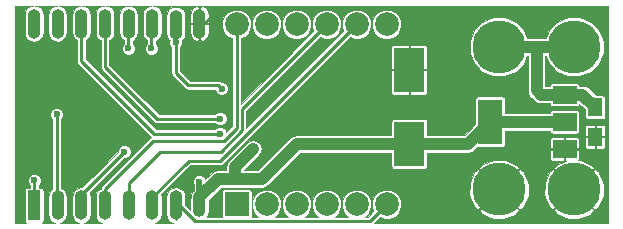
<source format=gtl>
%TF.GenerationSoftware,KiCad,Pcbnew,4.0.4-stable*%
%TF.CreationDate,2017-03-14T02:38:26+02:00*%
%TF.ProjectId,esp-4digit-display,6573702D3464696769742D646973706C,rev?*%
%TF.FileFunction,Copper,L1,Top,Signal*%
%FSLAX46Y46*%
G04 Gerber Fmt 4.6, Leading zero omitted, Abs format (unit mm)*
G04 Created by KiCad (PCBNEW 4.0.4-stable) date 03/14/17 02:38:26*
%MOMM*%
%LPD*%
G01*
G04 APERTURE LIST*
%ADD10C,0.200000*%
%ADD11R,2.032000X2.032000*%
%ADD12C,2.000000*%
%ADD13R,2.000000X3.800000*%
%ADD14R,2.000000X1.500000*%
%ADD15R,1.100000X2.500000*%
%ADD16O,1.100000X2.500000*%
%ADD17O,1.100000X2.000000*%
%ADD18R,1.250000X1.500000*%
%ADD19R,2.500000X3.750000*%
%ADD20C,4.500880*%
%ADD21C,0.600000*%
%ADD22C,0.250000*%
%ADD23C,1.000000*%
%ADD24C,0.500000*%
%ADD25C,0.100000*%
G04 APERTURE END LIST*
D10*
D11*
X147955000Y-106045000D03*
D12*
X150495000Y-106045000D03*
X153035000Y-106045000D03*
X155575000Y-106045000D03*
X158115000Y-106045000D03*
X160655000Y-106045000D03*
X155575000Y-90805000D03*
X158115000Y-90805000D03*
X147955000Y-90805000D03*
X150495000Y-90805000D03*
X160655000Y-90805000D03*
X153035000Y-90805000D03*
D13*
X169418000Y-99060000D03*
D14*
X175718000Y-99060000D03*
X175718000Y-96760000D03*
X175718000Y-101360000D03*
D15*
X130810000Y-106140000D03*
D16*
X132810000Y-106140000D03*
X134810000Y-106140000D03*
X136810000Y-106140000D03*
X138810000Y-106140000D03*
X140810000Y-106140000D03*
X142810000Y-106140000D03*
D17*
X144810000Y-106140000D03*
D16*
X144810000Y-90740000D03*
X142810000Y-90840000D03*
X140810000Y-90740000D03*
X138810000Y-90740000D03*
X136810000Y-90740000D03*
X134810000Y-90740000D03*
X132810000Y-90740000D03*
X130810000Y-90740000D03*
D18*
X178308000Y-97830000D03*
X178308000Y-100330000D03*
D19*
X162560000Y-100915000D03*
X162560000Y-94665000D03*
D20*
X170180000Y-92710000D03*
X176530000Y-92710000D03*
X170180000Y-104775000D03*
X176530000Y-104775000D03*
D21*
X173718000Y-96760000D03*
X133985000Y-104140000D03*
X136525000Y-101600000D03*
X133985000Y-101600000D03*
X135890000Y-98425000D03*
X137795000Y-98425000D03*
X135890000Y-96520000D03*
X133350000Y-95250000D03*
X133350000Y-92710000D03*
X168275000Y-90170000D03*
X166370000Y-90170000D03*
X164465000Y-90170000D03*
X162560000Y-90170000D03*
X162560000Y-106680000D03*
X164465000Y-106680000D03*
X166370000Y-106680000D03*
X168275000Y-106680000D03*
X130810000Y-97028000D03*
X154178000Y-89662000D03*
X151638000Y-89662000D03*
X149352000Y-89662000D03*
X146304000Y-89662000D03*
X173736000Y-99060000D03*
X149352000Y-101346000D03*
X144780000Y-104140000D03*
X138777000Y-92837000D03*
X130810000Y-104013000D03*
X138430000Y-101600000D03*
X146558000Y-98806000D03*
X132715000Y-98425000D03*
X146558000Y-100076000D03*
X146685000Y-96266000D03*
X142810000Y-92329000D03*
X140716000Y-92837000D03*
D22*
X142810000Y-105440000D02*
X142810000Y-105827451D01*
X142810000Y-105827451D02*
X144447559Y-107465010D01*
X159655001Y-107044999D02*
X160655000Y-106045000D01*
X144447559Y-107465010D02*
X159234990Y-107465010D01*
X159234990Y-107465010D02*
X159655001Y-107044999D01*
X142810000Y-106077451D02*
X142810000Y-105440000D01*
X142810000Y-107250000D02*
X142810000Y-105440000D01*
X141478000Y-101600000D02*
X138810000Y-104268000D01*
X138810000Y-104268000D02*
X138810000Y-105440000D01*
X146595412Y-101600000D02*
X141478000Y-101600000D01*
X155575000Y-90805000D02*
X148405010Y-97974990D01*
X148405010Y-97974990D02*
X148405009Y-99790403D01*
X148405009Y-99790403D02*
X146595412Y-101600000D01*
X140810000Y-105440000D02*
X143888000Y-102362000D01*
X143888000Y-102362000D02*
X146558000Y-102362000D01*
X146558000Y-102362000D02*
X157115001Y-91804999D01*
X157115001Y-91804999D02*
X158115000Y-90805000D01*
X136810000Y-105440000D02*
X136810000Y-104744000D01*
X136810000Y-104744000D02*
X140852999Y-100701001D01*
X146858001Y-100701001D02*
X147955000Y-99604002D01*
X140852999Y-100701001D02*
X146858001Y-100701001D01*
X147955000Y-99604002D02*
X147955000Y-92219213D01*
X147955000Y-92219213D02*
X147955000Y-90805000D01*
D23*
X170180000Y-92710000D02*
X173355000Y-92710000D01*
X173355000Y-92710000D02*
X176530000Y-92710000D01*
X175718000Y-96760000D02*
X173718000Y-96760000D01*
X173718000Y-96760000D02*
X173355000Y-96397000D01*
X173355000Y-96397000D02*
X173355000Y-92710000D01*
X175718000Y-96760000D02*
X177238000Y-96760000D01*
X177238000Y-96760000D02*
X178308000Y-97830000D01*
D22*
X149352000Y-89662000D02*
X149651999Y-89362001D01*
X149651999Y-89362001D02*
X151338001Y-89362001D01*
X151338001Y-89362001D02*
X151638000Y-89662000D01*
X136525000Y-101600000D02*
X133985000Y-104140000D01*
X135890000Y-98425000D02*
X135890000Y-99695000D01*
X135890000Y-99695000D02*
X133985000Y-101600000D01*
X135890000Y-96520000D02*
X137795000Y-98425000D01*
X133350000Y-92710000D02*
X133350000Y-95250000D01*
X166370000Y-90170000D02*
X168275000Y-90170000D01*
X162560000Y-90170000D02*
X164465000Y-90170000D01*
X166370000Y-106680000D02*
X164465000Y-106680000D01*
X171450000Y-106045000D02*
X168910000Y-106045000D01*
X168910000Y-106045000D02*
X168275000Y-106680000D01*
X144810000Y-91440000D02*
X144810000Y-91156000D01*
X144810000Y-91156000D02*
X146304000Y-89662000D01*
D23*
X169418000Y-99060000D02*
X173736000Y-99060000D01*
X173736000Y-99060000D02*
X175718000Y-99060000D01*
X147828000Y-103886000D02*
X146364000Y-103886000D01*
X150114000Y-103886000D02*
X147828000Y-103886000D01*
X147828000Y-103886000D02*
X147828000Y-102870000D01*
X147828000Y-102870000D02*
X149352000Y-101346000D01*
X153085000Y-100915000D02*
X150114000Y-103886000D01*
X162560000Y-100915000D02*
X153085000Y-100915000D01*
X168402000Y-100076000D02*
X167563000Y-100915000D01*
X167563000Y-100915000D02*
X162560000Y-100915000D01*
X144810000Y-105440000D02*
X146364000Y-103886000D01*
X168402000Y-100076000D02*
X169418000Y-99060000D01*
D24*
X144810000Y-104618000D02*
X144810000Y-104170000D01*
X144810000Y-104170000D02*
X144780000Y-104140000D01*
X144810000Y-105440000D02*
X144810000Y-104618000D01*
D22*
X138777000Y-92837000D02*
X138777000Y-91473000D01*
X138777000Y-91473000D02*
X138810000Y-91440000D01*
X130810000Y-104013000D02*
X130810000Y-105440000D01*
X138430000Y-101600000D02*
X134810000Y-105220000D01*
X134810000Y-105220000D02*
X134810000Y-105440000D01*
X136810000Y-94392000D02*
X141224000Y-98806000D01*
X141224000Y-98806000D02*
X146558000Y-98806000D01*
X136810000Y-91440000D02*
X136810000Y-94392000D01*
X132715000Y-98425000D02*
X132715000Y-105345000D01*
X132715000Y-105345000D02*
X132810000Y-105440000D01*
X134810000Y-93916000D02*
X140970000Y-100076000D01*
X140970000Y-100076000D02*
X146558000Y-100076000D01*
X134810000Y-91440000D02*
X134810000Y-93916000D01*
X146685000Y-96266000D02*
X146385001Y-95966001D01*
X146385001Y-95966001D02*
X143845001Y-95966001D01*
X143845001Y-95966001D02*
X142810000Y-94931000D01*
X142810000Y-91440000D02*
X142810000Y-92329000D01*
X142810000Y-92329000D02*
X142810000Y-94931000D01*
X140716000Y-92837000D02*
X140716000Y-91534000D01*
X140716000Y-91534000D02*
X140810000Y-91440000D01*
D25*
G36*
X136503853Y-89271509D02*
X136244315Y-89444928D01*
X136070896Y-89704466D01*
X136010000Y-90010613D01*
X136010000Y-91469387D01*
X136070896Y-91775534D01*
X136244315Y-92035072D01*
X136435000Y-92162485D01*
X136435000Y-94392000D01*
X136463545Y-94535507D01*
X136544835Y-94657165D01*
X140958835Y-99071165D01*
X141080494Y-99152455D01*
X141224000Y-99181000D01*
X146155207Y-99181000D01*
X146246043Y-99271995D01*
X146448118Y-99355904D01*
X146666922Y-99356095D01*
X146869143Y-99272539D01*
X147023995Y-99117957D01*
X147107904Y-98915882D01*
X147108095Y-98697078D01*
X147024539Y-98494857D01*
X146869957Y-98340005D01*
X146667882Y-98256096D01*
X146449078Y-98255905D01*
X146246857Y-98339461D01*
X146155158Y-98431000D01*
X141379330Y-98431000D01*
X137185000Y-94236670D01*
X137185000Y-92162485D01*
X137375685Y-92035072D01*
X137549104Y-91775534D01*
X137610000Y-91469387D01*
X137610000Y-90010613D01*
X137549104Y-89704466D01*
X137375685Y-89444928D01*
X137116147Y-89271509D01*
X136882329Y-89225000D01*
X138737671Y-89225000D01*
X138503853Y-89271509D01*
X138244315Y-89444928D01*
X138070896Y-89704466D01*
X138010000Y-90010613D01*
X138010000Y-91469387D01*
X138070896Y-91775534D01*
X138244315Y-92035072D01*
X138402000Y-92140435D01*
X138402000Y-92434207D01*
X138311005Y-92525043D01*
X138227096Y-92727118D01*
X138226905Y-92945922D01*
X138310461Y-93148143D01*
X138465043Y-93302995D01*
X138667118Y-93386904D01*
X138885922Y-93387095D01*
X139088143Y-93303539D01*
X139242995Y-93148957D01*
X139326904Y-92946882D01*
X139327095Y-92728078D01*
X139243539Y-92525857D01*
X139152000Y-92434158D01*
X139152000Y-92184535D01*
X139375685Y-92035072D01*
X139549104Y-91775534D01*
X139610000Y-91469387D01*
X139610000Y-90010613D01*
X139549104Y-89704466D01*
X139375685Y-89444928D01*
X139116147Y-89271509D01*
X138882329Y-89225000D01*
X140737671Y-89225000D01*
X140503853Y-89271509D01*
X140244315Y-89444928D01*
X140070896Y-89704466D01*
X140010000Y-90010613D01*
X140010000Y-91469387D01*
X140070896Y-91775534D01*
X140244315Y-92035072D01*
X140341000Y-92099675D01*
X140341000Y-92434207D01*
X140250005Y-92525043D01*
X140166096Y-92727118D01*
X140165905Y-92945922D01*
X140249461Y-93148143D01*
X140404043Y-93302995D01*
X140606118Y-93386904D01*
X140824922Y-93387095D01*
X141027143Y-93303539D01*
X141181995Y-93148957D01*
X141265904Y-92946882D01*
X141266095Y-92728078D01*
X141182539Y-92525857D01*
X141091000Y-92434158D01*
X141091000Y-92213493D01*
X141116147Y-92208491D01*
X141375685Y-92035072D01*
X141549104Y-91775534D01*
X141610000Y-91469387D01*
X141610000Y-90110613D01*
X142010000Y-90110613D01*
X142010000Y-91569387D01*
X142070896Y-91875534D01*
X142244315Y-92135072D01*
X142283988Y-92161581D01*
X142260096Y-92219118D01*
X142259905Y-92437922D01*
X142343461Y-92640143D01*
X142435000Y-92731842D01*
X142435000Y-94931000D01*
X142463545Y-95074507D01*
X142544835Y-95196165D01*
X143579836Y-96231166D01*
X143701495Y-96312456D01*
X143845001Y-96341001D01*
X146134935Y-96341001D01*
X146134905Y-96374922D01*
X146218461Y-96577143D01*
X146373043Y-96731995D01*
X146575118Y-96815904D01*
X146793922Y-96816095D01*
X146996143Y-96732539D01*
X147150995Y-96577957D01*
X147234904Y-96375882D01*
X147235095Y-96157078D01*
X147151539Y-95954857D01*
X146996957Y-95800005D01*
X146794882Y-95716096D01*
X146665313Y-95715983D01*
X146650166Y-95700836D01*
X146528508Y-95619546D01*
X146385001Y-95591001D01*
X144000331Y-95591001D01*
X143185000Y-94775670D01*
X143185000Y-92731793D01*
X143275995Y-92640957D01*
X143359904Y-92438882D01*
X143360095Y-92220078D01*
X143335943Y-92161627D01*
X143375685Y-92135072D01*
X143549104Y-91875534D01*
X143610000Y-91569387D01*
X143610000Y-90790000D01*
X144010000Y-90790000D01*
X144010000Y-91490000D01*
X144090031Y-91792341D01*
X144279670Y-92041041D01*
X144550047Y-92198238D01*
X144635713Y-92220784D01*
X144760000Y-92175803D01*
X144760000Y-90790000D01*
X144860000Y-90790000D01*
X144860000Y-92175803D01*
X144984287Y-92220784D01*
X145069953Y-92198238D01*
X145340330Y-92041041D01*
X145529969Y-91792341D01*
X145610000Y-91490000D01*
X145610000Y-90790000D01*
X144860000Y-90790000D01*
X144760000Y-90790000D01*
X144010000Y-90790000D01*
X143610000Y-90790000D01*
X143610000Y-90110613D01*
X143586009Y-89990000D01*
X144010000Y-89990000D01*
X144010000Y-90690000D01*
X144760000Y-90690000D01*
X144760000Y-89304197D01*
X144860000Y-89304197D01*
X144860000Y-90690000D01*
X145610000Y-90690000D01*
X145610000Y-89990000D01*
X145529969Y-89687659D01*
X145340330Y-89438959D01*
X145069953Y-89281762D01*
X144984287Y-89259216D01*
X144860000Y-89304197D01*
X144760000Y-89304197D01*
X144635713Y-89259216D01*
X144550047Y-89281762D01*
X144279670Y-89438959D01*
X144090031Y-89687659D01*
X144010000Y-89990000D01*
X143586009Y-89990000D01*
X143549104Y-89804466D01*
X143375685Y-89544928D01*
X143116147Y-89371509D01*
X142810000Y-89310613D01*
X142503853Y-89371509D01*
X142244315Y-89544928D01*
X142070896Y-89804466D01*
X142010000Y-90110613D01*
X141610000Y-90110613D01*
X141610000Y-90010613D01*
X141549104Y-89704466D01*
X141375685Y-89444928D01*
X141116147Y-89271509D01*
X140882329Y-89225000D01*
X179380000Y-89225000D01*
X179380000Y-107625000D01*
X159605330Y-107625000D01*
X160073365Y-107156965D01*
X160405269Y-107294783D01*
X160902550Y-107295217D01*
X161362143Y-107105316D01*
X161714081Y-106753993D01*
X161791094Y-106568523D01*
X168457188Y-106568523D01*
X168722223Y-106866523D01*
X169633581Y-107265182D01*
X170628126Y-107284734D01*
X171554448Y-106922201D01*
X171637777Y-106866523D01*
X171902812Y-106568523D01*
X174807188Y-106568523D01*
X175072223Y-106866523D01*
X175983581Y-107265182D01*
X176978126Y-107284734D01*
X177904448Y-106922201D01*
X177987777Y-106866523D01*
X178252812Y-106568523D01*
X176530000Y-104845711D01*
X174807188Y-106568523D01*
X171902812Y-106568523D01*
X170180000Y-104845711D01*
X168457188Y-106568523D01*
X161791094Y-106568523D01*
X161904783Y-106294731D01*
X161905217Y-105797450D01*
X161715316Y-105337857D01*
X161600786Y-105223126D01*
X167670266Y-105223126D01*
X168032799Y-106149448D01*
X168088477Y-106232777D01*
X168386477Y-106497812D01*
X170109289Y-104775000D01*
X170250711Y-104775000D01*
X171973523Y-106497812D01*
X172271523Y-106232777D01*
X172670182Y-105321419D01*
X172672114Y-105223126D01*
X174020266Y-105223126D01*
X174382799Y-106149448D01*
X174438477Y-106232777D01*
X174736477Y-106497812D01*
X176459289Y-104775000D01*
X176600711Y-104775000D01*
X178323523Y-106497812D01*
X178621523Y-106232777D01*
X179020182Y-105321419D01*
X179039734Y-104326874D01*
X178677201Y-103400552D01*
X178621523Y-103317223D01*
X178323523Y-103052188D01*
X176600711Y-104775000D01*
X176459289Y-104775000D01*
X174736477Y-103052188D01*
X174438477Y-103317223D01*
X174039818Y-104228581D01*
X174020266Y-105223126D01*
X172672114Y-105223126D01*
X172689734Y-104326874D01*
X172327201Y-103400552D01*
X172271523Y-103317223D01*
X171973523Y-103052188D01*
X170250711Y-104775000D01*
X170109289Y-104775000D01*
X168386477Y-103052188D01*
X168088477Y-103317223D01*
X167689818Y-104228581D01*
X167670266Y-105223126D01*
X161600786Y-105223126D01*
X161363993Y-104985919D01*
X160904731Y-104795217D01*
X160407450Y-104794783D01*
X159947857Y-104984684D01*
X159595919Y-105336007D01*
X159405217Y-105795269D01*
X159404783Y-106292550D01*
X159542886Y-106626784D01*
X159079660Y-107090010D01*
X158837476Y-107090010D01*
X159174081Y-106753993D01*
X159364783Y-106294731D01*
X159365217Y-105797450D01*
X159175316Y-105337857D01*
X158823993Y-104985919D01*
X158364731Y-104795217D01*
X157867450Y-104794783D01*
X157407857Y-104984684D01*
X157055919Y-105336007D01*
X156865217Y-105795269D01*
X156864783Y-106292550D01*
X157054684Y-106752143D01*
X157391961Y-107090010D01*
X156297476Y-107090010D01*
X156634081Y-106753993D01*
X156824783Y-106294731D01*
X156825217Y-105797450D01*
X156635316Y-105337857D01*
X156283993Y-104985919D01*
X155824731Y-104795217D01*
X155327450Y-104794783D01*
X154867857Y-104984684D01*
X154515919Y-105336007D01*
X154325217Y-105795269D01*
X154324783Y-106292550D01*
X154514684Y-106752143D01*
X154851961Y-107090010D01*
X153757476Y-107090010D01*
X154094081Y-106753993D01*
X154284783Y-106294731D01*
X154285217Y-105797450D01*
X154095316Y-105337857D01*
X153743993Y-104985919D01*
X153284731Y-104795217D01*
X152787450Y-104794783D01*
X152327857Y-104984684D01*
X151975919Y-105336007D01*
X151785217Y-105795269D01*
X151784783Y-106292550D01*
X151974684Y-106752143D01*
X152311961Y-107090010D01*
X151217476Y-107090010D01*
X151554081Y-106753993D01*
X151744783Y-106294731D01*
X151745217Y-105797450D01*
X151555316Y-105337857D01*
X151203993Y-104985919D01*
X150744731Y-104795217D01*
X150247450Y-104794783D01*
X149787857Y-104984684D01*
X149435919Y-105336007D01*
X149245217Y-105795269D01*
X149244783Y-106292550D01*
X149434684Y-106752143D01*
X149771961Y-107090010D01*
X149220022Y-107090010D01*
X149225897Y-107061000D01*
X149225897Y-105029000D01*
X149208465Y-104936356D01*
X149153712Y-104851268D01*
X149070169Y-104794185D01*
X148971000Y-104774103D01*
X146939000Y-104774103D01*
X146846356Y-104791535D01*
X146761268Y-104846288D01*
X146704185Y-104929831D01*
X146684103Y-105029000D01*
X146684103Y-107061000D01*
X146689562Y-107090010D01*
X145435931Y-107090010D01*
X145549104Y-106920636D01*
X145610000Y-106614489D01*
X145610000Y-105700660D01*
X146674660Y-104636000D01*
X150114000Y-104636000D01*
X150401013Y-104578910D01*
X150644330Y-104416330D01*
X153395660Y-101665000D01*
X161055103Y-101665000D01*
X161055103Y-102790000D01*
X161072535Y-102882644D01*
X161127288Y-102967732D01*
X161210831Y-103024815D01*
X161310000Y-103044897D01*
X163810000Y-103044897D01*
X163902644Y-103027465D01*
X163974110Y-102981477D01*
X168457188Y-102981477D01*
X170180000Y-104704289D01*
X171902812Y-102981477D01*
X174807188Y-102981477D01*
X176530000Y-104704289D01*
X178252812Y-102981477D01*
X177987777Y-102683477D01*
X177076419Y-102284818D01*
X176900200Y-102281354D01*
X176929940Y-102251614D01*
X176968000Y-102159728D01*
X176968000Y-101472500D01*
X176905500Y-101410000D01*
X175768000Y-101410000D01*
X175768000Y-102297500D01*
X175830500Y-102360000D01*
X175839816Y-102360000D01*
X175155552Y-102627799D01*
X175072223Y-102683477D01*
X174807188Y-102981477D01*
X171902812Y-102981477D01*
X171637777Y-102683477D01*
X170726419Y-102284818D01*
X169731874Y-102265266D01*
X168805552Y-102627799D01*
X168722223Y-102683477D01*
X168457188Y-102981477D01*
X163974110Y-102981477D01*
X163987732Y-102972712D01*
X164044815Y-102889169D01*
X164064897Y-102790000D01*
X164064897Y-101665000D01*
X167563000Y-101665000D01*
X167850013Y-101607910D01*
X168052667Y-101472500D01*
X174468000Y-101472500D01*
X174468000Y-102159728D01*
X174506060Y-102251614D01*
X174576386Y-102321940D01*
X174668272Y-102360000D01*
X175605500Y-102360000D01*
X175668000Y-102297500D01*
X175668000Y-101410000D01*
X174530500Y-101410000D01*
X174468000Y-101472500D01*
X168052667Y-101472500D01*
X168093330Y-101445330D01*
X168339633Y-101199027D01*
X168418000Y-101214897D01*
X170418000Y-101214897D01*
X170510644Y-101197465D01*
X170595732Y-101142712D01*
X170652815Y-101059169D01*
X170672897Y-100960000D01*
X170672897Y-100560272D01*
X174468000Y-100560272D01*
X174468000Y-101247500D01*
X174530500Y-101310000D01*
X175668000Y-101310000D01*
X175668000Y-100422500D01*
X175768000Y-100422500D01*
X175768000Y-101310000D01*
X176905500Y-101310000D01*
X176968000Y-101247500D01*
X176968000Y-100560272D01*
X176929940Y-100468386D01*
X176904054Y-100442500D01*
X177433000Y-100442500D01*
X177433000Y-101129728D01*
X177471060Y-101221614D01*
X177541386Y-101291940D01*
X177633272Y-101330000D01*
X178195500Y-101330000D01*
X178258000Y-101267500D01*
X178258000Y-100380000D01*
X178358000Y-100380000D01*
X178358000Y-101267500D01*
X178420500Y-101330000D01*
X178982728Y-101330000D01*
X179074614Y-101291940D01*
X179144940Y-101221614D01*
X179183000Y-101129728D01*
X179183000Y-100442500D01*
X179120500Y-100380000D01*
X178358000Y-100380000D01*
X178258000Y-100380000D01*
X177495500Y-100380000D01*
X177433000Y-100442500D01*
X176904054Y-100442500D01*
X176859614Y-100398060D01*
X176767728Y-100360000D01*
X175830500Y-100360000D01*
X175768000Y-100422500D01*
X175668000Y-100422500D01*
X175605500Y-100360000D01*
X174668272Y-100360000D01*
X174576386Y-100398060D01*
X174506060Y-100468386D01*
X174468000Y-100560272D01*
X170672897Y-100560272D01*
X170672897Y-99810000D01*
X174463103Y-99810000D01*
X174480535Y-99902644D01*
X174535288Y-99987732D01*
X174618831Y-100044815D01*
X174718000Y-100064897D01*
X176718000Y-100064897D01*
X176810644Y-100047465D01*
X176895732Y-99992712D01*
X176952815Y-99909169D01*
X176972897Y-99810000D01*
X176972897Y-99530272D01*
X177433000Y-99530272D01*
X177433000Y-100217500D01*
X177495500Y-100280000D01*
X178258000Y-100280000D01*
X178258000Y-99392500D01*
X178358000Y-99392500D01*
X178358000Y-100280000D01*
X179120500Y-100280000D01*
X179183000Y-100217500D01*
X179183000Y-99530272D01*
X179144940Y-99438386D01*
X179074614Y-99368060D01*
X178982728Y-99330000D01*
X178420500Y-99330000D01*
X178358000Y-99392500D01*
X178258000Y-99392500D01*
X178195500Y-99330000D01*
X177633272Y-99330000D01*
X177541386Y-99368060D01*
X177471060Y-99438386D01*
X177433000Y-99530272D01*
X176972897Y-99530272D01*
X176972897Y-98310000D01*
X176955465Y-98217356D01*
X176900712Y-98132268D01*
X176817169Y-98075185D01*
X176718000Y-98055103D01*
X174718000Y-98055103D01*
X174625356Y-98072535D01*
X174540268Y-98127288D01*
X174483185Y-98210831D01*
X174463103Y-98310000D01*
X170672897Y-98310000D01*
X170672897Y-97160000D01*
X170655465Y-97067356D01*
X170600712Y-96982268D01*
X170517169Y-96925185D01*
X170418000Y-96905103D01*
X168418000Y-96905103D01*
X168325356Y-96922535D01*
X168240268Y-96977288D01*
X168183185Y-97060831D01*
X168163103Y-97160000D01*
X168163103Y-99254237D01*
X167252340Y-100165000D01*
X164064897Y-100165000D01*
X164064897Y-99040000D01*
X164047465Y-98947356D01*
X163992712Y-98862268D01*
X163909169Y-98805185D01*
X163810000Y-98785103D01*
X161310000Y-98785103D01*
X161217356Y-98802535D01*
X161132268Y-98857288D01*
X161075185Y-98940831D01*
X161055103Y-99040000D01*
X161055103Y-100165000D01*
X153085000Y-100165000D01*
X152797987Y-100222090D01*
X152554670Y-100384670D01*
X149803340Y-103136000D01*
X148622660Y-103136000D01*
X149882330Y-101876330D01*
X150044910Y-101633013D01*
X150102000Y-101346000D01*
X150044910Y-101058988D01*
X149882330Y-100815670D01*
X149639012Y-100653090D01*
X149352000Y-100596000D01*
X149064987Y-100653090D01*
X148821670Y-100815670D01*
X147297670Y-102339670D01*
X147135090Y-102582987D01*
X147078000Y-102870000D01*
X147078000Y-103136000D01*
X146364000Y-103136000D01*
X146076987Y-103193090D01*
X145891210Y-103317223D01*
X145833670Y-103355670D01*
X145279854Y-103909486D01*
X145246539Y-103828857D01*
X145091957Y-103674005D01*
X144889882Y-103590096D01*
X144671078Y-103589905D01*
X144468857Y-103673461D01*
X144314005Y-103828043D01*
X144230096Y-104030118D01*
X144229905Y-104248922D01*
X144310000Y-104442767D01*
X144310000Y-104879340D01*
X144279670Y-104909670D01*
X144117090Y-105152987D01*
X144078220Y-105348404D01*
X144070896Y-105359364D01*
X144010000Y-105665511D01*
X144010000Y-106497121D01*
X143610000Y-106097121D01*
X143610000Y-105410613D01*
X143549104Y-105104466D01*
X143375685Y-104844928D01*
X143116147Y-104671509D01*
X142810000Y-104610613D01*
X142503853Y-104671509D01*
X142244315Y-104844928D01*
X142070896Y-105104466D01*
X142010000Y-105410613D01*
X142010000Y-106869387D01*
X142070896Y-107175534D01*
X142244315Y-107435072D01*
X142503853Y-107608491D01*
X142586850Y-107625000D01*
X141033150Y-107625000D01*
X141116147Y-107608491D01*
X141375685Y-107435072D01*
X141549104Y-107175534D01*
X141610000Y-106869387D01*
X141610000Y-105410613D01*
X141570135Y-105210195D01*
X144043330Y-102737000D01*
X146558000Y-102737000D01*
X146701507Y-102708455D01*
X146823165Y-102627165D01*
X154672830Y-94777500D01*
X161060000Y-94777500D01*
X161060000Y-96589728D01*
X161098060Y-96681614D01*
X161168386Y-96751940D01*
X161260272Y-96790000D01*
X162447500Y-96790000D01*
X162510000Y-96727500D01*
X162510000Y-94715000D01*
X162610000Y-94715000D01*
X162610000Y-96727500D01*
X162672500Y-96790000D01*
X163859728Y-96790000D01*
X163951614Y-96751940D01*
X164021940Y-96681614D01*
X164060000Y-96589728D01*
X164060000Y-94777500D01*
X163997500Y-94715000D01*
X162610000Y-94715000D01*
X162510000Y-94715000D01*
X161122500Y-94715000D01*
X161060000Y-94777500D01*
X154672830Y-94777500D01*
X156710058Y-92740272D01*
X161060000Y-92740272D01*
X161060000Y-94552500D01*
X161122500Y-94615000D01*
X162510000Y-94615000D01*
X162510000Y-92602500D01*
X162610000Y-92602500D01*
X162610000Y-94615000D01*
X163997500Y-94615000D01*
X164060000Y-94552500D01*
X164060000Y-93205186D01*
X167679126Y-93205186D01*
X168058994Y-94124535D01*
X168761765Y-94828534D01*
X169680450Y-95210005D01*
X170675186Y-95210874D01*
X171594535Y-94831006D01*
X172298534Y-94128235D01*
X172576009Y-93460000D01*
X172605000Y-93460000D01*
X172605000Y-96397000D01*
X172662090Y-96684013D01*
X172824670Y-96927330D01*
X173187670Y-97290330D01*
X173430988Y-97452911D01*
X173718000Y-97510000D01*
X174463103Y-97510000D01*
X174480535Y-97602644D01*
X174535288Y-97687732D01*
X174618831Y-97744815D01*
X174718000Y-97764897D01*
X176718000Y-97764897D01*
X176810644Y-97747465D01*
X176895732Y-97692712D01*
X176952815Y-97609169D01*
X176965225Y-97547885D01*
X177428103Y-98010763D01*
X177428103Y-98580000D01*
X177445535Y-98672644D01*
X177500288Y-98757732D01*
X177583831Y-98814815D01*
X177683000Y-98834897D01*
X178933000Y-98834897D01*
X179025644Y-98817465D01*
X179110732Y-98762712D01*
X179167815Y-98679169D01*
X179187897Y-98580000D01*
X179187897Y-97080000D01*
X179170465Y-96987356D01*
X179115712Y-96902268D01*
X179032169Y-96845185D01*
X178933000Y-96825103D01*
X178363763Y-96825103D01*
X177768330Y-96229670D01*
X177525013Y-96067090D01*
X177238000Y-96010000D01*
X176972897Y-96010000D01*
X176955465Y-95917356D01*
X176900712Y-95832268D01*
X176817169Y-95775185D01*
X176718000Y-95755103D01*
X174718000Y-95755103D01*
X174625356Y-95772535D01*
X174540268Y-95827288D01*
X174483185Y-95910831D01*
X174463103Y-96010000D01*
X174105000Y-96010000D01*
X174105000Y-93460000D01*
X174134413Y-93460000D01*
X174408994Y-94124535D01*
X175111765Y-94828534D01*
X176030450Y-95210005D01*
X177025186Y-95210874D01*
X177944535Y-94831006D01*
X178648534Y-94128235D01*
X179030005Y-93209550D01*
X179030874Y-92214814D01*
X178651006Y-91295465D01*
X177948235Y-90591466D01*
X177029550Y-90209995D01*
X176034814Y-90209126D01*
X175115465Y-90588994D01*
X174411466Y-91291765D01*
X174133991Y-91960000D01*
X172575587Y-91960000D01*
X172301006Y-91295465D01*
X171598235Y-90591466D01*
X170679550Y-90209995D01*
X169684814Y-90209126D01*
X168765465Y-90588994D01*
X168061466Y-91291765D01*
X167679995Y-92210450D01*
X167679126Y-93205186D01*
X164060000Y-93205186D01*
X164060000Y-92740272D01*
X164021940Y-92648386D01*
X163951614Y-92578060D01*
X163859728Y-92540000D01*
X162672500Y-92540000D01*
X162610000Y-92602500D01*
X162510000Y-92602500D01*
X162447500Y-92540000D01*
X161260272Y-92540000D01*
X161168386Y-92578060D01*
X161098060Y-92648386D01*
X161060000Y-92740272D01*
X156710058Y-92740272D01*
X157533365Y-91916965D01*
X157865269Y-92054783D01*
X158362550Y-92055217D01*
X158822143Y-91865316D01*
X159174081Y-91513993D01*
X159364783Y-91054731D01*
X159364784Y-91052550D01*
X159404783Y-91052550D01*
X159594684Y-91512143D01*
X159946007Y-91864081D01*
X160405269Y-92054783D01*
X160902550Y-92055217D01*
X161362143Y-91865316D01*
X161714081Y-91513993D01*
X161904783Y-91054731D01*
X161905217Y-90557450D01*
X161715316Y-90097857D01*
X161363993Y-89745919D01*
X160904731Y-89555217D01*
X160407450Y-89554783D01*
X159947857Y-89744684D01*
X159595919Y-90096007D01*
X159405217Y-90555269D01*
X159404783Y-91052550D01*
X159364784Y-91052550D01*
X159365217Y-90557450D01*
X159175316Y-90097857D01*
X158823993Y-89745919D01*
X158364731Y-89555217D01*
X157867450Y-89554783D01*
X157407857Y-89744684D01*
X157055919Y-90096007D01*
X156865217Y-90555269D01*
X156864783Y-91052550D01*
X157002886Y-91386784D01*
X148780009Y-99609661D01*
X148780010Y-98130320D01*
X154993365Y-91916965D01*
X155325269Y-92054783D01*
X155822550Y-92055217D01*
X156282143Y-91865316D01*
X156634081Y-91513993D01*
X156824783Y-91054731D01*
X156825217Y-90557450D01*
X156635316Y-90097857D01*
X156283993Y-89745919D01*
X155824731Y-89555217D01*
X155327450Y-89554783D01*
X154867857Y-89744684D01*
X154515919Y-90096007D01*
X154325217Y-90555269D01*
X154324783Y-91052550D01*
X154462886Y-91386784D01*
X148330000Y-97519670D01*
X148330000Y-92002555D01*
X148662143Y-91865316D01*
X149014081Y-91513993D01*
X149204783Y-91054731D01*
X149204784Y-91052550D01*
X149244783Y-91052550D01*
X149434684Y-91512143D01*
X149786007Y-91864081D01*
X150245269Y-92054783D01*
X150742550Y-92055217D01*
X151202143Y-91865316D01*
X151554081Y-91513993D01*
X151744783Y-91054731D01*
X151744784Y-91052550D01*
X151784783Y-91052550D01*
X151974684Y-91512143D01*
X152326007Y-91864081D01*
X152785269Y-92054783D01*
X153282550Y-92055217D01*
X153742143Y-91865316D01*
X154094081Y-91513993D01*
X154284783Y-91054731D01*
X154285217Y-90557450D01*
X154095316Y-90097857D01*
X153743993Y-89745919D01*
X153284731Y-89555217D01*
X152787450Y-89554783D01*
X152327857Y-89744684D01*
X151975919Y-90096007D01*
X151785217Y-90555269D01*
X151784783Y-91052550D01*
X151744784Y-91052550D01*
X151745217Y-90557450D01*
X151555316Y-90097857D01*
X151203993Y-89745919D01*
X150744731Y-89555217D01*
X150247450Y-89554783D01*
X149787857Y-89744684D01*
X149435919Y-90096007D01*
X149245217Y-90555269D01*
X149244783Y-91052550D01*
X149204784Y-91052550D01*
X149205217Y-90557450D01*
X149015316Y-90097857D01*
X148663993Y-89745919D01*
X148204731Y-89555217D01*
X147707450Y-89554783D01*
X147247857Y-89744684D01*
X146895919Y-90096007D01*
X146705217Y-90555269D01*
X146704783Y-91052550D01*
X146894684Y-91512143D01*
X147246007Y-91864081D01*
X147580000Y-92002767D01*
X147580000Y-99448672D01*
X147094499Y-99934173D01*
X147024539Y-99764857D01*
X146869957Y-99610005D01*
X146667882Y-99526096D01*
X146449078Y-99525905D01*
X146246857Y-99609461D01*
X146155158Y-99701000D01*
X141125330Y-99701000D01*
X135185000Y-93760670D01*
X135185000Y-92162485D01*
X135375685Y-92035072D01*
X135549104Y-91775534D01*
X135610000Y-91469387D01*
X135610000Y-90010613D01*
X135549104Y-89704466D01*
X135375685Y-89444928D01*
X135116147Y-89271509D01*
X134882329Y-89225000D01*
X136737671Y-89225000D01*
X136503853Y-89271509D01*
X136503853Y-89271509D01*
G37*
X136503853Y-89271509D02*
X136244315Y-89444928D01*
X136070896Y-89704466D01*
X136010000Y-90010613D01*
X136010000Y-91469387D01*
X136070896Y-91775534D01*
X136244315Y-92035072D01*
X136435000Y-92162485D01*
X136435000Y-94392000D01*
X136463545Y-94535507D01*
X136544835Y-94657165D01*
X140958835Y-99071165D01*
X141080494Y-99152455D01*
X141224000Y-99181000D01*
X146155207Y-99181000D01*
X146246043Y-99271995D01*
X146448118Y-99355904D01*
X146666922Y-99356095D01*
X146869143Y-99272539D01*
X147023995Y-99117957D01*
X147107904Y-98915882D01*
X147108095Y-98697078D01*
X147024539Y-98494857D01*
X146869957Y-98340005D01*
X146667882Y-98256096D01*
X146449078Y-98255905D01*
X146246857Y-98339461D01*
X146155158Y-98431000D01*
X141379330Y-98431000D01*
X137185000Y-94236670D01*
X137185000Y-92162485D01*
X137375685Y-92035072D01*
X137549104Y-91775534D01*
X137610000Y-91469387D01*
X137610000Y-90010613D01*
X137549104Y-89704466D01*
X137375685Y-89444928D01*
X137116147Y-89271509D01*
X136882329Y-89225000D01*
X138737671Y-89225000D01*
X138503853Y-89271509D01*
X138244315Y-89444928D01*
X138070896Y-89704466D01*
X138010000Y-90010613D01*
X138010000Y-91469387D01*
X138070896Y-91775534D01*
X138244315Y-92035072D01*
X138402000Y-92140435D01*
X138402000Y-92434207D01*
X138311005Y-92525043D01*
X138227096Y-92727118D01*
X138226905Y-92945922D01*
X138310461Y-93148143D01*
X138465043Y-93302995D01*
X138667118Y-93386904D01*
X138885922Y-93387095D01*
X139088143Y-93303539D01*
X139242995Y-93148957D01*
X139326904Y-92946882D01*
X139327095Y-92728078D01*
X139243539Y-92525857D01*
X139152000Y-92434158D01*
X139152000Y-92184535D01*
X139375685Y-92035072D01*
X139549104Y-91775534D01*
X139610000Y-91469387D01*
X139610000Y-90010613D01*
X139549104Y-89704466D01*
X139375685Y-89444928D01*
X139116147Y-89271509D01*
X138882329Y-89225000D01*
X140737671Y-89225000D01*
X140503853Y-89271509D01*
X140244315Y-89444928D01*
X140070896Y-89704466D01*
X140010000Y-90010613D01*
X140010000Y-91469387D01*
X140070896Y-91775534D01*
X140244315Y-92035072D01*
X140341000Y-92099675D01*
X140341000Y-92434207D01*
X140250005Y-92525043D01*
X140166096Y-92727118D01*
X140165905Y-92945922D01*
X140249461Y-93148143D01*
X140404043Y-93302995D01*
X140606118Y-93386904D01*
X140824922Y-93387095D01*
X141027143Y-93303539D01*
X141181995Y-93148957D01*
X141265904Y-92946882D01*
X141266095Y-92728078D01*
X141182539Y-92525857D01*
X141091000Y-92434158D01*
X141091000Y-92213493D01*
X141116147Y-92208491D01*
X141375685Y-92035072D01*
X141549104Y-91775534D01*
X141610000Y-91469387D01*
X141610000Y-90110613D01*
X142010000Y-90110613D01*
X142010000Y-91569387D01*
X142070896Y-91875534D01*
X142244315Y-92135072D01*
X142283988Y-92161581D01*
X142260096Y-92219118D01*
X142259905Y-92437922D01*
X142343461Y-92640143D01*
X142435000Y-92731842D01*
X142435000Y-94931000D01*
X142463545Y-95074507D01*
X142544835Y-95196165D01*
X143579836Y-96231166D01*
X143701495Y-96312456D01*
X143845001Y-96341001D01*
X146134935Y-96341001D01*
X146134905Y-96374922D01*
X146218461Y-96577143D01*
X146373043Y-96731995D01*
X146575118Y-96815904D01*
X146793922Y-96816095D01*
X146996143Y-96732539D01*
X147150995Y-96577957D01*
X147234904Y-96375882D01*
X147235095Y-96157078D01*
X147151539Y-95954857D01*
X146996957Y-95800005D01*
X146794882Y-95716096D01*
X146665313Y-95715983D01*
X146650166Y-95700836D01*
X146528508Y-95619546D01*
X146385001Y-95591001D01*
X144000331Y-95591001D01*
X143185000Y-94775670D01*
X143185000Y-92731793D01*
X143275995Y-92640957D01*
X143359904Y-92438882D01*
X143360095Y-92220078D01*
X143335943Y-92161627D01*
X143375685Y-92135072D01*
X143549104Y-91875534D01*
X143610000Y-91569387D01*
X143610000Y-90790000D01*
X144010000Y-90790000D01*
X144010000Y-91490000D01*
X144090031Y-91792341D01*
X144279670Y-92041041D01*
X144550047Y-92198238D01*
X144635713Y-92220784D01*
X144760000Y-92175803D01*
X144760000Y-90790000D01*
X144860000Y-90790000D01*
X144860000Y-92175803D01*
X144984287Y-92220784D01*
X145069953Y-92198238D01*
X145340330Y-92041041D01*
X145529969Y-91792341D01*
X145610000Y-91490000D01*
X145610000Y-90790000D01*
X144860000Y-90790000D01*
X144760000Y-90790000D01*
X144010000Y-90790000D01*
X143610000Y-90790000D01*
X143610000Y-90110613D01*
X143586009Y-89990000D01*
X144010000Y-89990000D01*
X144010000Y-90690000D01*
X144760000Y-90690000D01*
X144760000Y-89304197D01*
X144860000Y-89304197D01*
X144860000Y-90690000D01*
X145610000Y-90690000D01*
X145610000Y-89990000D01*
X145529969Y-89687659D01*
X145340330Y-89438959D01*
X145069953Y-89281762D01*
X144984287Y-89259216D01*
X144860000Y-89304197D01*
X144760000Y-89304197D01*
X144635713Y-89259216D01*
X144550047Y-89281762D01*
X144279670Y-89438959D01*
X144090031Y-89687659D01*
X144010000Y-89990000D01*
X143586009Y-89990000D01*
X143549104Y-89804466D01*
X143375685Y-89544928D01*
X143116147Y-89371509D01*
X142810000Y-89310613D01*
X142503853Y-89371509D01*
X142244315Y-89544928D01*
X142070896Y-89804466D01*
X142010000Y-90110613D01*
X141610000Y-90110613D01*
X141610000Y-90010613D01*
X141549104Y-89704466D01*
X141375685Y-89444928D01*
X141116147Y-89271509D01*
X140882329Y-89225000D01*
X179380000Y-89225000D01*
X179380000Y-107625000D01*
X159605330Y-107625000D01*
X160073365Y-107156965D01*
X160405269Y-107294783D01*
X160902550Y-107295217D01*
X161362143Y-107105316D01*
X161714081Y-106753993D01*
X161791094Y-106568523D01*
X168457188Y-106568523D01*
X168722223Y-106866523D01*
X169633581Y-107265182D01*
X170628126Y-107284734D01*
X171554448Y-106922201D01*
X171637777Y-106866523D01*
X171902812Y-106568523D01*
X174807188Y-106568523D01*
X175072223Y-106866523D01*
X175983581Y-107265182D01*
X176978126Y-107284734D01*
X177904448Y-106922201D01*
X177987777Y-106866523D01*
X178252812Y-106568523D01*
X176530000Y-104845711D01*
X174807188Y-106568523D01*
X171902812Y-106568523D01*
X170180000Y-104845711D01*
X168457188Y-106568523D01*
X161791094Y-106568523D01*
X161904783Y-106294731D01*
X161905217Y-105797450D01*
X161715316Y-105337857D01*
X161600786Y-105223126D01*
X167670266Y-105223126D01*
X168032799Y-106149448D01*
X168088477Y-106232777D01*
X168386477Y-106497812D01*
X170109289Y-104775000D01*
X170250711Y-104775000D01*
X171973523Y-106497812D01*
X172271523Y-106232777D01*
X172670182Y-105321419D01*
X172672114Y-105223126D01*
X174020266Y-105223126D01*
X174382799Y-106149448D01*
X174438477Y-106232777D01*
X174736477Y-106497812D01*
X176459289Y-104775000D01*
X176600711Y-104775000D01*
X178323523Y-106497812D01*
X178621523Y-106232777D01*
X179020182Y-105321419D01*
X179039734Y-104326874D01*
X178677201Y-103400552D01*
X178621523Y-103317223D01*
X178323523Y-103052188D01*
X176600711Y-104775000D01*
X176459289Y-104775000D01*
X174736477Y-103052188D01*
X174438477Y-103317223D01*
X174039818Y-104228581D01*
X174020266Y-105223126D01*
X172672114Y-105223126D01*
X172689734Y-104326874D01*
X172327201Y-103400552D01*
X172271523Y-103317223D01*
X171973523Y-103052188D01*
X170250711Y-104775000D01*
X170109289Y-104775000D01*
X168386477Y-103052188D01*
X168088477Y-103317223D01*
X167689818Y-104228581D01*
X167670266Y-105223126D01*
X161600786Y-105223126D01*
X161363993Y-104985919D01*
X160904731Y-104795217D01*
X160407450Y-104794783D01*
X159947857Y-104984684D01*
X159595919Y-105336007D01*
X159405217Y-105795269D01*
X159404783Y-106292550D01*
X159542886Y-106626784D01*
X159079660Y-107090010D01*
X158837476Y-107090010D01*
X159174081Y-106753993D01*
X159364783Y-106294731D01*
X159365217Y-105797450D01*
X159175316Y-105337857D01*
X158823993Y-104985919D01*
X158364731Y-104795217D01*
X157867450Y-104794783D01*
X157407857Y-104984684D01*
X157055919Y-105336007D01*
X156865217Y-105795269D01*
X156864783Y-106292550D01*
X157054684Y-106752143D01*
X157391961Y-107090010D01*
X156297476Y-107090010D01*
X156634081Y-106753993D01*
X156824783Y-106294731D01*
X156825217Y-105797450D01*
X156635316Y-105337857D01*
X156283993Y-104985919D01*
X155824731Y-104795217D01*
X155327450Y-104794783D01*
X154867857Y-104984684D01*
X154515919Y-105336007D01*
X154325217Y-105795269D01*
X154324783Y-106292550D01*
X154514684Y-106752143D01*
X154851961Y-107090010D01*
X153757476Y-107090010D01*
X154094081Y-106753993D01*
X154284783Y-106294731D01*
X154285217Y-105797450D01*
X154095316Y-105337857D01*
X153743993Y-104985919D01*
X153284731Y-104795217D01*
X152787450Y-104794783D01*
X152327857Y-104984684D01*
X151975919Y-105336007D01*
X151785217Y-105795269D01*
X151784783Y-106292550D01*
X151974684Y-106752143D01*
X152311961Y-107090010D01*
X151217476Y-107090010D01*
X151554081Y-106753993D01*
X151744783Y-106294731D01*
X151745217Y-105797450D01*
X151555316Y-105337857D01*
X151203993Y-104985919D01*
X150744731Y-104795217D01*
X150247450Y-104794783D01*
X149787857Y-104984684D01*
X149435919Y-105336007D01*
X149245217Y-105795269D01*
X149244783Y-106292550D01*
X149434684Y-106752143D01*
X149771961Y-107090010D01*
X149220022Y-107090010D01*
X149225897Y-107061000D01*
X149225897Y-105029000D01*
X149208465Y-104936356D01*
X149153712Y-104851268D01*
X149070169Y-104794185D01*
X148971000Y-104774103D01*
X146939000Y-104774103D01*
X146846356Y-104791535D01*
X146761268Y-104846288D01*
X146704185Y-104929831D01*
X146684103Y-105029000D01*
X146684103Y-107061000D01*
X146689562Y-107090010D01*
X145435931Y-107090010D01*
X145549104Y-106920636D01*
X145610000Y-106614489D01*
X145610000Y-105700660D01*
X146674660Y-104636000D01*
X150114000Y-104636000D01*
X150401013Y-104578910D01*
X150644330Y-104416330D01*
X153395660Y-101665000D01*
X161055103Y-101665000D01*
X161055103Y-102790000D01*
X161072535Y-102882644D01*
X161127288Y-102967732D01*
X161210831Y-103024815D01*
X161310000Y-103044897D01*
X163810000Y-103044897D01*
X163902644Y-103027465D01*
X163974110Y-102981477D01*
X168457188Y-102981477D01*
X170180000Y-104704289D01*
X171902812Y-102981477D01*
X174807188Y-102981477D01*
X176530000Y-104704289D01*
X178252812Y-102981477D01*
X177987777Y-102683477D01*
X177076419Y-102284818D01*
X176900200Y-102281354D01*
X176929940Y-102251614D01*
X176968000Y-102159728D01*
X176968000Y-101472500D01*
X176905500Y-101410000D01*
X175768000Y-101410000D01*
X175768000Y-102297500D01*
X175830500Y-102360000D01*
X175839816Y-102360000D01*
X175155552Y-102627799D01*
X175072223Y-102683477D01*
X174807188Y-102981477D01*
X171902812Y-102981477D01*
X171637777Y-102683477D01*
X170726419Y-102284818D01*
X169731874Y-102265266D01*
X168805552Y-102627799D01*
X168722223Y-102683477D01*
X168457188Y-102981477D01*
X163974110Y-102981477D01*
X163987732Y-102972712D01*
X164044815Y-102889169D01*
X164064897Y-102790000D01*
X164064897Y-101665000D01*
X167563000Y-101665000D01*
X167850013Y-101607910D01*
X168052667Y-101472500D01*
X174468000Y-101472500D01*
X174468000Y-102159728D01*
X174506060Y-102251614D01*
X174576386Y-102321940D01*
X174668272Y-102360000D01*
X175605500Y-102360000D01*
X175668000Y-102297500D01*
X175668000Y-101410000D01*
X174530500Y-101410000D01*
X174468000Y-101472500D01*
X168052667Y-101472500D01*
X168093330Y-101445330D01*
X168339633Y-101199027D01*
X168418000Y-101214897D01*
X170418000Y-101214897D01*
X170510644Y-101197465D01*
X170595732Y-101142712D01*
X170652815Y-101059169D01*
X170672897Y-100960000D01*
X170672897Y-100560272D01*
X174468000Y-100560272D01*
X174468000Y-101247500D01*
X174530500Y-101310000D01*
X175668000Y-101310000D01*
X175668000Y-100422500D01*
X175768000Y-100422500D01*
X175768000Y-101310000D01*
X176905500Y-101310000D01*
X176968000Y-101247500D01*
X176968000Y-100560272D01*
X176929940Y-100468386D01*
X176904054Y-100442500D01*
X177433000Y-100442500D01*
X177433000Y-101129728D01*
X177471060Y-101221614D01*
X177541386Y-101291940D01*
X177633272Y-101330000D01*
X178195500Y-101330000D01*
X178258000Y-101267500D01*
X178258000Y-100380000D01*
X178358000Y-100380000D01*
X178358000Y-101267500D01*
X178420500Y-101330000D01*
X178982728Y-101330000D01*
X179074614Y-101291940D01*
X179144940Y-101221614D01*
X179183000Y-101129728D01*
X179183000Y-100442500D01*
X179120500Y-100380000D01*
X178358000Y-100380000D01*
X178258000Y-100380000D01*
X177495500Y-100380000D01*
X177433000Y-100442500D01*
X176904054Y-100442500D01*
X176859614Y-100398060D01*
X176767728Y-100360000D01*
X175830500Y-100360000D01*
X175768000Y-100422500D01*
X175668000Y-100422500D01*
X175605500Y-100360000D01*
X174668272Y-100360000D01*
X174576386Y-100398060D01*
X174506060Y-100468386D01*
X174468000Y-100560272D01*
X170672897Y-100560272D01*
X170672897Y-99810000D01*
X174463103Y-99810000D01*
X174480535Y-99902644D01*
X174535288Y-99987732D01*
X174618831Y-100044815D01*
X174718000Y-100064897D01*
X176718000Y-100064897D01*
X176810644Y-100047465D01*
X176895732Y-99992712D01*
X176952815Y-99909169D01*
X176972897Y-99810000D01*
X176972897Y-99530272D01*
X177433000Y-99530272D01*
X177433000Y-100217500D01*
X177495500Y-100280000D01*
X178258000Y-100280000D01*
X178258000Y-99392500D01*
X178358000Y-99392500D01*
X178358000Y-100280000D01*
X179120500Y-100280000D01*
X179183000Y-100217500D01*
X179183000Y-99530272D01*
X179144940Y-99438386D01*
X179074614Y-99368060D01*
X178982728Y-99330000D01*
X178420500Y-99330000D01*
X178358000Y-99392500D01*
X178258000Y-99392500D01*
X178195500Y-99330000D01*
X177633272Y-99330000D01*
X177541386Y-99368060D01*
X177471060Y-99438386D01*
X177433000Y-99530272D01*
X176972897Y-99530272D01*
X176972897Y-98310000D01*
X176955465Y-98217356D01*
X176900712Y-98132268D01*
X176817169Y-98075185D01*
X176718000Y-98055103D01*
X174718000Y-98055103D01*
X174625356Y-98072535D01*
X174540268Y-98127288D01*
X174483185Y-98210831D01*
X174463103Y-98310000D01*
X170672897Y-98310000D01*
X170672897Y-97160000D01*
X170655465Y-97067356D01*
X170600712Y-96982268D01*
X170517169Y-96925185D01*
X170418000Y-96905103D01*
X168418000Y-96905103D01*
X168325356Y-96922535D01*
X168240268Y-96977288D01*
X168183185Y-97060831D01*
X168163103Y-97160000D01*
X168163103Y-99254237D01*
X167252340Y-100165000D01*
X164064897Y-100165000D01*
X164064897Y-99040000D01*
X164047465Y-98947356D01*
X163992712Y-98862268D01*
X163909169Y-98805185D01*
X163810000Y-98785103D01*
X161310000Y-98785103D01*
X161217356Y-98802535D01*
X161132268Y-98857288D01*
X161075185Y-98940831D01*
X161055103Y-99040000D01*
X161055103Y-100165000D01*
X153085000Y-100165000D01*
X152797987Y-100222090D01*
X152554670Y-100384670D01*
X149803340Y-103136000D01*
X148622660Y-103136000D01*
X149882330Y-101876330D01*
X150044910Y-101633013D01*
X150102000Y-101346000D01*
X150044910Y-101058988D01*
X149882330Y-100815670D01*
X149639012Y-100653090D01*
X149352000Y-100596000D01*
X149064987Y-100653090D01*
X148821670Y-100815670D01*
X147297670Y-102339670D01*
X147135090Y-102582987D01*
X147078000Y-102870000D01*
X147078000Y-103136000D01*
X146364000Y-103136000D01*
X146076987Y-103193090D01*
X145891210Y-103317223D01*
X145833670Y-103355670D01*
X145279854Y-103909486D01*
X145246539Y-103828857D01*
X145091957Y-103674005D01*
X144889882Y-103590096D01*
X144671078Y-103589905D01*
X144468857Y-103673461D01*
X144314005Y-103828043D01*
X144230096Y-104030118D01*
X144229905Y-104248922D01*
X144310000Y-104442767D01*
X144310000Y-104879340D01*
X144279670Y-104909670D01*
X144117090Y-105152987D01*
X144078220Y-105348404D01*
X144070896Y-105359364D01*
X144010000Y-105665511D01*
X144010000Y-106497121D01*
X143610000Y-106097121D01*
X143610000Y-105410613D01*
X143549104Y-105104466D01*
X143375685Y-104844928D01*
X143116147Y-104671509D01*
X142810000Y-104610613D01*
X142503853Y-104671509D01*
X142244315Y-104844928D01*
X142070896Y-105104466D01*
X142010000Y-105410613D01*
X142010000Y-106869387D01*
X142070896Y-107175534D01*
X142244315Y-107435072D01*
X142503853Y-107608491D01*
X142586850Y-107625000D01*
X141033150Y-107625000D01*
X141116147Y-107608491D01*
X141375685Y-107435072D01*
X141549104Y-107175534D01*
X141610000Y-106869387D01*
X141610000Y-105410613D01*
X141570135Y-105210195D01*
X144043330Y-102737000D01*
X146558000Y-102737000D01*
X146701507Y-102708455D01*
X146823165Y-102627165D01*
X154672830Y-94777500D01*
X161060000Y-94777500D01*
X161060000Y-96589728D01*
X161098060Y-96681614D01*
X161168386Y-96751940D01*
X161260272Y-96790000D01*
X162447500Y-96790000D01*
X162510000Y-96727500D01*
X162510000Y-94715000D01*
X162610000Y-94715000D01*
X162610000Y-96727500D01*
X162672500Y-96790000D01*
X163859728Y-96790000D01*
X163951614Y-96751940D01*
X164021940Y-96681614D01*
X164060000Y-96589728D01*
X164060000Y-94777500D01*
X163997500Y-94715000D01*
X162610000Y-94715000D01*
X162510000Y-94715000D01*
X161122500Y-94715000D01*
X161060000Y-94777500D01*
X154672830Y-94777500D01*
X156710058Y-92740272D01*
X161060000Y-92740272D01*
X161060000Y-94552500D01*
X161122500Y-94615000D01*
X162510000Y-94615000D01*
X162510000Y-92602500D01*
X162610000Y-92602500D01*
X162610000Y-94615000D01*
X163997500Y-94615000D01*
X164060000Y-94552500D01*
X164060000Y-93205186D01*
X167679126Y-93205186D01*
X168058994Y-94124535D01*
X168761765Y-94828534D01*
X169680450Y-95210005D01*
X170675186Y-95210874D01*
X171594535Y-94831006D01*
X172298534Y-94128235D01*
X172576009Y-93460000D01*
X172605000Y-93460000D01*
X172605000Y-96397000D01*
X172662090Y-96684013D01*
X172824670Y-96927330D01*
X173187670Y-97290330D01*
X173430988Y-97452911D01*
X173718000Y-97510000D01*
X174463103Y-97510000D01*
X174480535Y-97602644D01*
X174535288Y-97687732D01*
X174618831Y-97744815D01*
X174718000Y-97764897D01*
X176718000Y-97764897D01*
X176810644Y-97747465D01*
X176895732Y-97692712D01*
X176952815Y-97609169D01*
X176965225Y-97547885D01*
X177428103Y-98010763D01*
X177428103Y-98580000D01*
X177445535Y-98672644D01*
X177500288Y-98757732D01*
X177583831Y-98814815D01*
X177683000Y-98834897D01*
X178933000Y-98834897D01*
X179025644Y-98817465D01*
X179110732Y-98762712D01*
X179167815Y-98679169D01*
X179187897Y-98580000D01*
X179187897Y-97080000D01*
X179170465Y-96987356D01*
X179115712Y-96902268D01*
X179032169Y-96845185D01*
X178933000Y-96825103D01*
X178363763Y-96825103D01*
X177768330Y-96229670D01*
X177525013Y-96067090D01*
X177238000Y-96010000D01*
X176972897Y-96010000D01*
X176955465Y-95917356D01*
X176900712Y-95832268D01*
X176817169Y-95775185D01*
X176718000Y-95755103D01*
X174718000Y-95755103D01*
X174625356Y-95772535D01*
X174540268Y-95827288D01*
X174483185Y-95910831D01*
X174463103Y-96010000D01*
X174105000Y-96010000D01*
X174105000Y-93460000D01*
X174134413Y-93460000D01*
X174408994Y-94124535D01*
X175111765Y-94828534D01*
X176030450Y-95210005D01*
X177025186Y-95210874D01*
X177944535Y-94831006D01*
X178648534Y-94128235D01*
X179030005Y-93209550D01*
X179030874Y-92214814D01*
X178651006Y-91295465D01*
X177948235Y-90591466D01*
X177029550Y-90209995D01*
X176034814Y-90209126D01*
X175115465Y-90588994D01*
X174411466Y-91291765D01*
X174133991Y-91960000D01*
X172575587Y-91960000D01*
X172301006Y-91295465D01*
X171598235Y-90591466D01*
X170679550Y-90209995D01*
X169684814Y-90209126D01*
X168765465Y-90588994D01*
X168061466Y-91291765D01*
X167679995Y-92210450D01*
X167679126Y-93205186D01*
X164060000Y-93205186D01*
X164060000Y-92740272D01*
X164021940Y-92648386D01*
X163951614Y-92578060D01*
X163859728Y-92540000D01*
X162672500Y-92540000D01*
X162610000Y-92602500D01*
X162510000Y-92602500D01*
X162447500Y-92540000D01*
X161260272Y-92540000D01*
X161168386Y-92578060D01*
X161098060Y-92648386D01*
X161060000Y-92740272D01*
X156710058Y-92740272D01*
X157533365Y-91916965D01*
X157865269Y-92054783D01*
X158362550Y-92055217D01*
X158822143Y-91865316D01*
X159174081Y-91513993D01*
X159364783Y-91054731D01*
X159364784Y-91052550D01*
X159404783Y-91052550D01*
X159594684Y-91512143D01*
X159946007Y-91864081D01*
X160405269Y-92054783D01*
X160902550Y-92055217D01*
X161362143Y-91865316D01*
X161714081Y-91513993D01*
X161904783Y-91054731D01*
X161905217Y-90557450D01*
X161715316Y-90097857D01*
X161363993Y-89745919D01*
X160904731Y-89555217D01*
X160407450Y-89554783D01*
X159947857Y-89744684D01*
X159595919Y-90096007D01*
X159405217Y-90555269D01*
X159404783Y-91052550D01*
X159364784Y-91052550D01*
X159365217Y-90557450D01*
X159175316Y-90097857D01*
X158823993Y-89745919D01*
X158364731Y-89555217D01*
X157867450Y-89554783D01*
X157407857Y-89744684D01*
X157055919Y-90096007D01*
X156865217Y-90555269D01*
X156864783Y-91052550D01*
X157002886Y-91386784D01*
X148780009Y-99609661D01*
X148780010Y-98130320D01*
X154993365Y-91916965D01*
X155325269Y-92054783D01*
X155822550Y-92055217D01*
X156282143Y-91865316D01*
X156634081Y-91513993D01*
X156824783Y-91054731D01*
X156825217Y-90557450D01*
X156635316Y-90097857D01*
X156283993Y-89745919D01*
X155824731Y-89555217D01*
X155327450Y-89554783D01*
X154867857Y-89744684D01*
X154515919Y-90096007D01*
X154325217Y-90555269D01*
X154324783Y-91052550D01*
X154462886Y-91386784D01*
X148330000Y-97519670D01*
X148330000Y-92002555D01*
X148662143Y-91865316D01*
X149014081Y-91513993D01*
X149204783Y-91054731D01*
X149204784Y-91052550D01*
X149244783Y-91052550D01*
X149434684Y-91512143D01*
X149786007Y-91864081D01*
X150245269Y-92054783D01*
X150742550Y-92055217D01*
X151202143Y-91865316D01*
X151554081Y-91513993D01*
X151744783Y-91054731D01*
X151744784Y-91052550D01*
X151784783Y-91052550D01*
X151974684Y-91512143D01*
X152326007Y-91864081D01*
X152785269Y-92054783D01*
X153282550Y-92055217D01*
X153742143Y-91865316D01*
X154094081Y-91513993D01*
X154284783Y-91054731D01*
X154285217Y-90557450D01*
X154095316Y-90097857D01*
X153743993Y-89745919D01*
X153284731Y-89555217D01*
X152787450Y-89554783D01*
X152327857Y-89744684D01*
X151975919Y-90096007D01*
X151785217Y-90555269D01*
X151784783Y-91052550D01*
X151744784Y-91052550D01*
X151745217Y-90557450D01*
X151555316Y-90097857D01*
X151203993Y-89745919D01*
X150744731Y-89555217D01*
X150247450Y-89554783D01*
X149787857Y-89744684D01*
X149435919Y-90096007D01*
X149245217Y-90555269D01*
X149244783Y-91052550D01*
X149204784Y-91052550D01*
X149205217Y-90557450D01*
X149015316Y-90097857D01*
X148663993Y-89745919D01*
X148204731Y-89555217D01*
X147707450Y-89554783D01*
X147247857Y-89744684D01*
X146895919Y-90096007D01*
X146705217Y-90555269D01*
X146704783Y-91052550D01*
X146894684Y-91512143D01*
X147246007Y-91864081D01*
X147580000Y-92002767D01*
X147580000Y-99448672D01*
X147094499Y-99934173D01*
X147024539Y-99764857D01*
X146869957Y-99610005D01*
X146667882Y-99526096D01*
X146449078Y-99525905D01*
X146246857Y-99609461D01*
X146155158Y-99701000D01*
X141125330Y-99701000D01*
X135185000Y-93760670D01*
X135185000Y-92162485D01*
X135375685Y-92035072D01*
X135549104Y-91775534D01*
X135610000Y-91469387D01*
X135610000Y-90010613D01*
X135549104Y-89704466D01*
X135375685Y-89444928D01*
X135116147Y-89271509D01*
X134882329Y-89225000D01*
X136737671Y-89225000D01*
X136503853Y-89271509D01*
G36*
X130503853Y-89271509D02*
X130244315Y-89444928D01*
X130070896Y-89704466D01*
X130010000Y-90010613D01*
X130010000Y-91469387D01*
X130070896Y-91775534D01*
X130244315Y-92035072D01*
X130503853Y-92208491D01*
X130810000Y-92269387D01*
X131116147Y-92208491D01*
X131375685Y-92035072D01*
X131549104Y-91775534D01*
X131610000Y-91469387D01*
X131610000Y-90010613D01*
X131549104Y-89704466D01*
X131375685Y-89444928D01*
X131116147Y-89271509D01*
X130882329Y-89225000D01*
X132737671Y-89225000D01*
X132503853Y-89271509D01*
X132244315Y-89444928D01*
X132070896Y-89704466D01*
X132010000Y-90010613D01*
X132010000Y-91469387D01*
X132070896Y-91775534D01*
X132244315Y-92035072D01*
X132503853Y-92208491D01*
X132810000Y-92269387D01*
X133116147Y-92208491D01*
X133375685Y-92035072D01*
X133549104Y-91775534D01*
X133610000Y-91469387D01*
X133610000Y-90010613D01*
X133549104Y-89704466D01*
X133375685Y-89444928D01*
X133116147Y-89271509D01*
X132882329Y-89225000D01*
X134737671Y-89225000D01*
X134503853Y-89271509D01*
X134244315Y-89444928D01*
X134070896Y-89704466D01*
X134010000Y-90010613D01*
X134010000Y-91469387D01*
X134070896Y-91775534D01*
X134244315Y-92035072D01*
X134435000Y-92162485D01*
X134435000Y-93916000D01*
X134463545Y-94059507D01*
X134544835Y-94181165D01*
X140704835Y-100341165D01*
X140721335Y-100352190D01*
X140709492Y-100354546D01*
X140587834Y-100435836D01*
X136544835Y-104478835D01*
X136463545Y-104600493D01*
X136461532Y-104610613D01*
X136441076Y-104713456D01*
X136244315Y-104844928D01*
X136070896Y-105104466D01*
X136010000Y-105410613D01*
X136010000Y-106869387D01*
X136070896Y-107175534D01*
X136244315Y-107435072D01*
X136503853Y-107608491D01*
X136586850Y-107625000D01*
X135033150Y-107625000D01*
X135116147Y-107608491D01*
X135375685Y-107435072D01*
X135549104Y-107175534D01*
X135610000Y-106869387D01*
X135610000Y-105410613D01*
X135549104Y-105104466D01*
X135511757Y-105048573D01*
X138410347Y-102149983D01*
X138538922Y-102150095D01*
X138741143Y-102066539D01*
X138895995Y-101911957D01*
X138979904Y-101709882D01*
X138980095Y-101491078D01*
X138896539Y-101288857D01*
X138741957Y-101134005D01*
X138539882Y-101050096D01*
X138321078Y-101049905D01*
X138118857Y-101133461D01*
X137964005Y-101288043D01*
X137880096Y-101490118D01*
X137879983Y-101619687D01*
X134875941Y-104623729D01*
X134810000Y-104610613D01*
X134503853Y-104671509D01*
X134244315Y-104844928D01*
X134070896Y-105104466D01*
X134010000Y-105410613D01*
X134010000Y-106869387D01*
X134070896Y-107175534D01*
X134244315Y-107435072D01*
X134503853Y-107608491D01*
X134586850Y-107625000D01*
X133033150Y-107625000D01*
X133116147Y-107608491D01*
X133375685Y-107435072D01*
X133549104Y-107175534D01*
X133610000Y-106869387D01*
X133610000Y-105410613D01*
X133549104Y-105104466D01*
X133375685Y-104844928D01*
X133116147Y-104671509D01*
X133090000Y-104666308D01*
X133090000Y-98827793D01*
X133180995Y-98736957D01*
X133264904Y-98534882D01*
X133265095Y-98316078D01*
X133181539Y-98113857D01*
X133026957Y-97959005D01*
X132824882Y-97875096D01*
X132606078Y-97874905D01*
X132403857Y-97958461D01*
X132249005Y-98113043D01*
X132165096Y-98315118D01*
X132164905Y-98533922D01*
X132248461Y-98736143D01*
X132340000Y-98827842D01*
X132340000Y-104780993D01*
X132244315Y-104844928D01*
X132070896Y-105104466D01*
X132010000Y-105410613D01*
X132010000Y-106869387D01*
X132070896Y-107175534D01*
X132244315Y-107435072D01*
X132503853Y-107608491D01*
X132586850Y-107625000D01*
X131456475Y-107625000D01*
X131537732Y-107572712D01*
X131594815Y-107489169D01*
X131614897Y-107390000D01*
X131614897Y-104890000D01*
X131597465Y-104797356D01*
X131542712Y-104712268D01*
X131459169Y-104655185D01*
X131360000Y-104635103D01*
X131185000Y-104635103D01*
X131185000Y-104415793D01*
X131275995Y-104324957D01*
X131359904Y-104122882D01*
X131360095Y-103904078D01*
X131276539Y-103701857D01*
X131121957Y-103547005D01*
X130919882Y-103463096D01*
X130701078Y-103462905D01*
X130498857Y-103546461D01*
X130344005Y-103701043D01*
X130260096Y-103903118D01*
X130259905Y-104121922D01*
X130343461Y-104324143D01*
X130435000Y-104415842D01*
X130435000Y-104635103D01*
X130260000Y-104635103D01*
X130167356Y-104652535D01*
X130082268Y-104707288D01*
X130025185Y-104790831D01*
X130005103Y-104890000D01*
X130005103Y-107390000D01*
X130022535Y-107482644D01*
X130077288Y-107567732D01*
X130160831Y-107624815D01*
X130161745Y-107625000D01*
X129230000Y-107625000D01*
X129230000Y-89225000D01*
X130737671Y-89225000D01*
X130503853Y-89271509D01*
X130503853Y-89271509D01*
G37*
X130503853Y-89271509D02*
X130244315Y-89444928D01*
X130070896Y-89704466D01*
X130010000Y-90010613D01*
X130010000Y-91469387D01*
X130070896Y-91775534D01*
X130244315Y-92035072D01*
X130503853Y-92208491D01*
X130810000Y-92269387D01*
X131116147Y-92208491D01*
X131375685Y-92035072D01*
X131549104Y-91775534D01*
X131610000Y-91469387D01*
X131610000Y-90010613D01*
X131549104Y-89704466D01*
X131375685Y-89444928D01*
X131116147Y-89271509D01*
X130882329Y-89225000D01*
X132737671Y-89225000D01*
X132503853Y-89271509D01*
X132244315Y-89444928D01*
X132070896Y-89704466D01*
X132010000Y-90010613D01*
X132010000Y-91469387D01*
X132070896Y-91775534D01*
X132244315Y-92035072D01*
X132503853Y-92208491D01*
X132810000Y-92269387D01*
X133116147Y-92208491D01*
X133375685Y-92035072D01*
X133549104Y-91775534D01*
X133610000Y-91469387D01*
X133610000Y-90010613D01*
X133549104Y-89704466D01*
X133375685Y-89444928D01*
X133116147Y-89271509D01*
X132882329Y-89225000D01*
X134737671Y-89225000D01*
X134503853Y-89271509D01*
X134244315Y-89444928D01*
X134070896Y-89704466D01*
X134010000Y-90010613D01*
X134010000Y-91469387D01*
X134070896Y-91775534D01*
X134244315Y-92035072D01*
X134435000Y-92162485D01*
X134435000Y-93916000D01*
X134463545Y-94059507D01*
X134544835Y-94181165D01*
X140704835Y-100341165D01*
X140721335Y-100352190D01*
X140709492Y-100354546D01*
X140587834Y-100435836D01*
X136544835Y-104478835D01*
X136463545Y-104600493D01*
X136461532Y-104610613D01*
X136441076Y-104713456D01*
X136244315Y-104844928D01*
X136070896Y-105104466D01*
X136010000Y-105410613D01*
X136010000Y-106869387D01*
X136070896Y-107175534D01*
X136244315Y-107435072D01*
X136503853Y-107608491D01*
X136586850Y-107625000D01*
X135033150Y-107625000D01*
X135116147Y-107608491D01*
X135375685Y-107435072D01*
X135549104Y-107175534D01*
X135610000Y-106869387D01*
X135610000Y-105410613D01*
X135549104Y-105104466D01*
X135511757Y-105048573D01*
X138410347Y-102149983D01*
X138538922Y-102150095D01*
X138741143Y-102066539D01*
X138895995Y-101911957D01*
X138979904Y-101709882D01*
X138980095Y-101491078D01*
X138896539Y-101288857D01*
X138741957Y-101134005D01*
X138539882Y-101050096D01*
X138321078Y-101049905D01*
X138118857Y-101133461D01*
X137964005Y-101288043D01*
X137880096Y-101490118D01*
X137879983Y-101619687D01*
X134875941Y-104623729D01*
X134810000Y-104610613D01*
X134503853Y-104671509D01*
X134244315Y-104844928D01*
X134070896Y-105104466D01*
X134010000Y-105410613D01*
X134010000Y-106869387D01*
X134070896Y-107175534D01*
X134244315Y-107435072D01*
X134503853Y-107608491D01*
X134586850Y-107625000D01*
X133033150Y-107625000D01*
X133116147Y-107608491D01*
X133375685Y-107435072D01*
X133549104Y-107175534D01*
X133610000Y-106869387D01*
X133610000Y-105410613D01*
X133549104Y-105104466D01*
X133375685Y-104844928D01*
X133116147Y-104671509D01*
X133090000Y-104666308D01*
X133090000Y-98827793D01*
X133180995Y-98736957D01*
X133264904Y-98534882D01*
X133265095Y-98316078D01*
X133181539Y-98113857D01*
X133026957Y-97959005D01*
X132824882Y-97875096D01*
X132606078Y-97874905D01*
X132403857Y-97958461D01*
X132249005Y-98113043D01*
X132165096Y-98315118D01*
X132164905Y-98533922D01*
X132248461Y-98736143D01*
X132340000Y-98827842D01*
X132340000Y-104780993D01*
X132244315Y-104844928D01*
X132070896Y-105104466D01*
X132010000Y-105410613D01*
X132010000Y-106869387D01*
X132070896Y-107175534D01*
X132244315Y-107435072D01*
X132503853Y-107608491D01*
X132586850Y-107625000D01*
X131456475Y-107625000D01*
X131537732Y-107572712D01*
X131594815Y-107489169D01*
X131614897Y-107390000D01*
X131614897Y-104890000D01*
X131597465Y-104797356D01*
X131542712Y-104712268D01*
X131459169Y-104655185D01*
X131360000Y-104635103D01*
X131185000Y-104635103D01*
X131185000Y-104415793D01*
X131275995Y-104324957D01*
X131359904Y-104122882D01*
X131360095Y-103904078D01*
X131276539Y-103701857D01*
X131121957Y-103547005D01*
X130919882Y-103463096D01*
X130701078Y-103462905D01*
X130498857Y-103546461D01*
X130344005Y-103701043D01*
X130260096Y-103903118D01*
X130259905Y-104121922D01*
X130343461Y-104324143D01*
X130435000Y-104415842D01*
X130435000Y-104635103D01*
X130260000Y-104635103D01*
X130167356Y-104652535D01*
X130082268Y-104707288D01*
X130025185Y-104790831D01*
X130005103Y-104890000D01*
X130005103Y-107390000D01*
X130022535Y-107482644D01*
X130077288Y-107567732D01*
X130160831Y-107624815D01*
X130161745Y-107625000D01*
X129230000Y-107625000D01*
X129230000Y-89225000D01*
X130737671Y-89225000D01*
X130503853Y-89271509D01*
M02*

</source>
